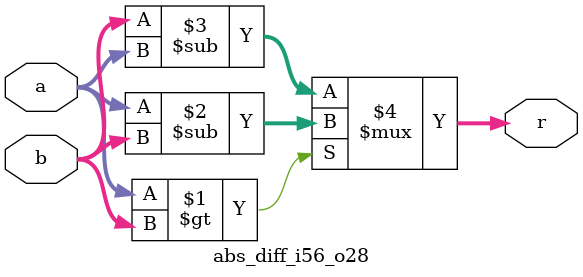
<source format=v>
module abs_diff_i56_o28(a,b,r);
input [27:0] a,b;
output [27:0] r;

assign r = (a>b) ? (a-b) : (b-a);

endmodule

</source>
